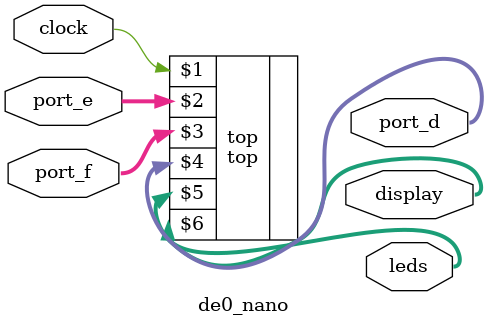
<source format=v>
module de0_nano
(
    input         clock,
    input  [7: 0] port_e,
    input  [3: 0] port_f,
    output [3: 0] port_d,
    output [1:12] display,
    output [7: 0] leds
);


    top top (clock, port_e, port_f, port_d, display, leds);

endmodule

</source>
